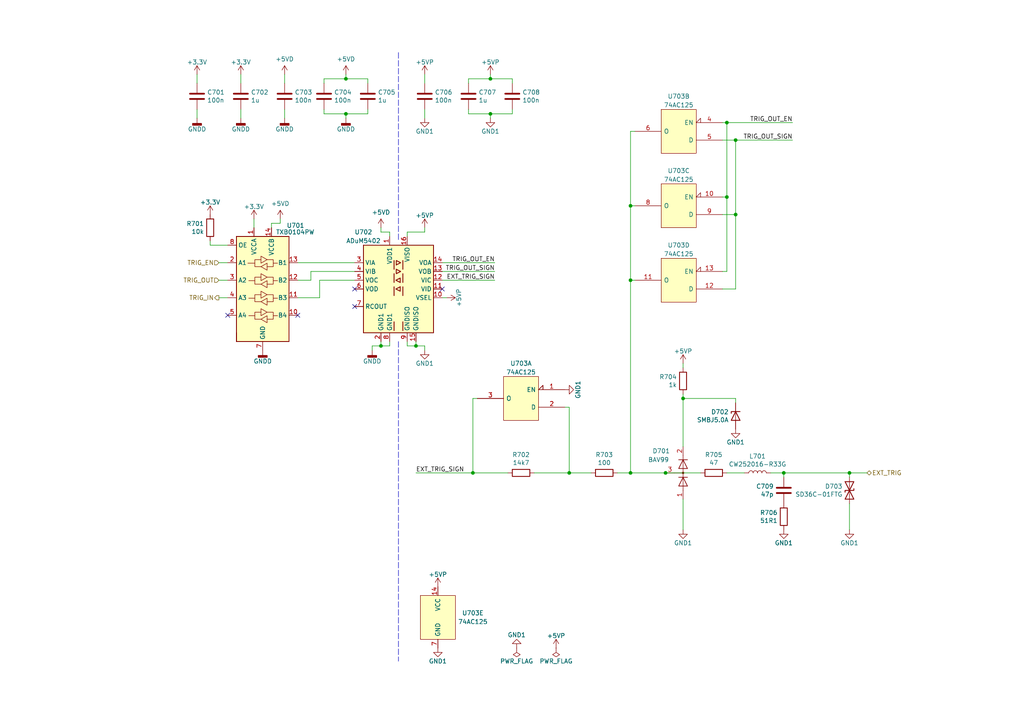
<source format=kicad_sch>
(kicad_sch (version 20230121) (generator eeschema)
  (paper "A4")
  (title_block (date "2023-07-12") (rev "1.1"))
  (lib_symbols
    (symbol "Device:C" (pin_numbers hide) (pin_names (offset 0.254))
      (property "Reference" "C" (at 0.635 2.54 0))
      (property "Value" "C" (at 0.635 -2.54 0))
      (symbol "C_0_1"
        (polyline (pts (xy -2.032 -0.762) (xy 2.032 -0.762)) (stroke (width 0.508)))
        (polyline (pts (xy -2.032 0.762) (xy 2.032 0.762)) (stroke (width 0.508)))
      )
      (symbol "C_1_1"
        (pin passive line (at 0 3.81 270) (length 2.794) (name "~") (number "1"))
        (pin passive line (at 0 -3.81 90) (length 2.794) (name "~") (number "2"))
      )
    )
    (symbol "Device:D_TVS" (pin_numbers hide) (pin_names (offset 1.016) hide)
      (property "Reference" "D" (at 0 2.54 0))
      (property "Value" "D_TVS" (at 0 -2.54 0))
      (symbol "D_TVS_0_1"
        (polyline (pts (xy 1.27 0) (xy -1.27 0)))
        (polyline (pts (xy 0.508 1.27) (xy 0 1.27) (xy 0 -1.27) (xy -0.508 -1.27)) (stroke (width 0.254)))
        (polyline (pts (xy -2.54 1.27) (xy -2.54 -1.27) (xy 2.54 1.27) (xy 2.54 -1.27) (xy -2.54 1.27)) (stroke (width 0.254)))
      )
      (symbol "D_TVS_1_1"
        (pin passive line (at -3.81 0 0) (length 2.54) (name "A1") (number "1"))
        (pin passive line (at 3.81 0 180) (length 2.54) (name "A2") (number "2"))
      )
    )
    (symbol "Device:D_Zener" (pin_numbers hide) (pin_names (offset 1.016) hide)
      (property "Reference" "D" (at 0 2.54 0))
      (property "Value" "D_Zener" (at 0 -2.54 0))
      (symbol "D_Zener_0_1"
        (polyline (pts (xy 1.27 0) (xy -1.27 0)))
        (polyline (pts (xy -1.27 -1.27) (xy -1.27 1.27) (xy -0.762 1.27)) (stroke (width 0.254)))
        (polyline (pts (xy 1.27 -1.27) (xy 1.27 1.27) (xy -1.27 0) (xy 1.27 -1.27)) (stroke (width 0.254)))
      )
      (symbol "D_Zener_1_1"
        (pin passive line (at -3.81 0 0) (length 2.54) (name "K") (number "1"))
        (pin passive line (at 3.81 0 180) (length 2.54) (name "A") (number "2"))
      )
    )
    (symbol "Device:L" (pin_numbers hide) (pin_names (offset 1.016) hide)
      (property "Reference" "L" (at -1.27 0 90))
      (property "Value" "L" (at 1.905 0 90))
      (symbol "L_0_1"
        (arc (start 0 -2.54) (mid 0.6323 -1.905) (end 0 -1.27))
        (arc (start 0 -1.27) (mid 0.6323 -0.635) (end 0 0))
        (arc (start 0 0) (mid 0.6323 0.635) (end 0 1.27))
        (arc (start 0 1.27) (mid 0.6323 1.905) (end 0 2.54))
      )
      (symbol "L_1_1"
        (pin passive line (at 0 3.81 270) (length 1.27) (name "1") (number "1"))
        (pin passive line (at 0 -3.81 90) (length 1.27) (name "2") (number "2"))
      )
    )
    (symbol "Device:R" (pin_numbers hide) (pin_names (offset 0))
      (property "Reference" "R" (at 2.032 0 90))
      (property "Value" "R" (at 0 0 90))
      (symbol "R_0_1"
        (rectangle (start -1.016 -2.54) (end 1.016 2.54) (stroke (width 0.254)))
      )
      (symbol "R_1_1"
        (pin passive line (at 0 3.81 270) (length 1.27) (name "~") (number "1"))
        (pin passive line (at 0 -3.81 90) (length 1.27) (name "~") (number "2"))
      )
    )
    (symbol "Diode:BAV99" (pin_names hide)
      (property "Reference" "D" (at 0 5.08 0))
      (property "Value" "BAV99" (at 0 2.54 0))
      (symbol "BAV99_0_1"
        (polyline (pts (xy -5.08 0) (xy 5.08 0)))
      )
      (symbol "BAV99_1_1"
        (polyline (pts (xy 0 0) (xy 0 -2.54)))
        (polyline (pts (xy -1.27 -1.27) (xy -1.27 1.27) (xy -1.27 1.27)) (stroke (width 0.2032)))
        (polyline (pts (xy 3.81 1.27) (xy 3.81 -1.27) (xy 3.81 -1.27)) (stroke (width 0.2032)))
        (polyline (pts (xy -3.81 1.27) (xy -1.27 0) (xy -3.81 -1.27) (xy -3.81 1.27) (xy -3.81 1.27) (xy -3.81 1.27)) (stroke (width 0.2032)))
        (polyline (pts (xy 1.27 1.27) (xy 3.81 0) (xy 1.27 -1.27) (xy 1.27 1.27) (xy 1.27 1.27) (xy 1.27 1.27)) (stroke (width 0.2032)))
        (circle (center 0 0) (radius 0.254) (fill (type outline)))
        (pin passive line (at -7.62 0 0) (length 2.54) (name "K") (number "1"))
        (pin passive line (at 7.62 0 180) (length 2.54) (name "A") (number "2"))
        (pin passive line (at 0 -5.08 90) (length 2.54) (name "K") (number "3"))
      )
    )
    (symbol "ETH1CFGEN1:74AC125" (pin_names (offset 0.762))
      (property "Reference" "U" (at 8.89 6.35 0))
      (property "Value" "74AC125" (at 6.35 5.08 0))
      (symbol "74AC125_0_1"
        (rectangle (start -5.08 6.35) (end 5.08 -6.35) (fill (type background)))
      )
      (symbol "74AC125_1_0"
        (pin input input_low (at -12.7 2.54 0) (length 7.62) (name "EN") (number "1"))
      )
      (symbol "74AC125_1_1"
        (pin input line (at -12.7 -2.54 0) (length 7.62) (name "D") (number "2"))
        (pin tri_state line (at 12.7 0 180) (length 7.62) (name "O") (number "3"))
      )
      (symbol "74AC125_2_0"
        (pin input input_low (at -12.7 2.54 0) (length 7.62) (name "EN") (number "4"))
      )
      (symbol "74AC125_2_1"
        (pin input line (at -12.7 -2.54 0) (length 7.62) (name "D") (number "5"))
        (pin tri_state line (at 12.7 0 180) (length 7.62) (name "O") (number "6"))
      )
      (symbol "74AC125_3_0"
        (pin input input_low (at -12.7 2.54 0) (length 7.62) (name "EN") (number "10"))
      )
      (symbol "74AC125_3_1"
        (pin tri_state line (at 12.7 0 180) (length 7.62) (name "O") (number "8"))
        (pin input line (at -12.7 -2.54 0) (length 7.62) (name "D") (number "9"))
      )
      (symbol "74AC125_4_0"
        (pin input input_low (at -12.7 2.54 0) (length 7.62) (name "EN") (number "13"))
      )
      (symbol "74AC125_4_1"
        (pin tri_state line (at 12.7 0 180) (length 7.62) (name "O") (number "11"))
        (pin input line (at -12.7 -2.54 0) (length 7.62) (name "D") (number "12"))
      )
      (symbol "74AC125_5_1"
        (pin passive line (at 0 8.89 270) (length 2.54) (name "VCC") (number "14"))
        (pin passive line (at 0 -8.89 90) (length 2.54) (name "GND") (number "7"))
      )
    )
    (symbol "Isolator:ADuM5402"
      (property "Reference" "U" (at -10.16 13.97 0))
      (property "Value" "ADuM5402" (at 3.81 13.97 0))
      (symbol "ADuM5402_0_1"
        (rectangle (start -10.16 12.7) (end 10.16 -12.7) (stroke (width 0.254)) (fill (type background)))
        (polyline (pts (xy -1.27 -9.525) (xy -1.27 -12.065)) (stroke (width 0.254)))
        (polyline (pts (xy -1.27 0.635) (xy -1.27 -1.905)) (stroke (width 0.254)))
        (polyline (pts (xy -1.27 4.445) (xy -1.27 1.905)) (stroke (width 0.254)))
        (polyline (pts (xy -1.27 8.255) (xy -1.27 5.715)) (stroke (width 0.254)))
        (polyline (pts (xy 1.27 -9.525) (xy 1.27 -12.065)) (stroke (width 0.254)))
        (polyline (pts (xy 1.27 0.635) (xy 1.27 -1.905)) (stroke (width 0.254)))
        (polyline (pts (xy 1.27 4.445) (xy 1.27 1.905)) (stroke (width 0.254)))
        (polyline (pts (xy 1.27 8.255) (xy 1.27 5.715)) (stroke (width 0.254)))
        (polyline (pts (xy -0.635 5.715) (xy -0.635 4.445) (xy 0.635 5.08) (xy -0.635 5.715)) (stroke (width 0.254)))
        (polyline (pts (xy -0.635 6.985) (xy 0.635 7.62) (xy -0.635 8.255) (xy -0.635 6.985)) (stroke (width 0.254)))
        (polyline (pts (xy 0.508 0.635) (xy 0.508 -0.635) (xy -0.762 0) (xy 0.508 0.635)) (stroke (width 0.254)))
        (polyline (pts (xy 0.508 1.905) (xy -0.762 2.54) (xy 0.508 3.175) (xy 0.508 1.905)) (stroke (width 0.254)))
      )
      (symbol "ADuM5402_1_1"
        (pin power_in line (at -2.54 15.24 270) (length 2.54) (name "VDD1") (number "1"))
        (pin input line (at 12.7 -2.54 180) (length 2.54) (name "VSEL") (number "10"))
        (pin input line (at 12.7 0 180) (length 2.54) (name "VID") (number "11"))
        (pin input line (at 12.7 2.54 180) (length 2.54) (name "VIC") (number "12"))
        (pin output line (at 12.7 5.08 180) (length 2.54) (name "VOB") (number "13"))
        (pin output line (at 12.7 7.62 180) (length 2.54) (name "VOA") (number "14"))
        (pin power_in line (at 5.08 -15.24 90) (length 2.54) (name "GNDISO") (number "15"))
        (pin power_in line (at 2.54 15.24 270) (length 2.54) (name "VISO") (number "16"))
        (pin power_in line (at -5.08 -15.24 90) (length 2.54) (name "GND1") (number "2"))
        (pin input line (at -12.7 7.62 0) (length 2.54) (name "VIA") (number "3"))
        (pin input line (at -12.7 5.08 0) (length 2.54) (name "VIB") (number "4"))
        (pin output line (at -12.7 2.54 0) (length 2.54) (name "VOC") (number "5"))
        (pin output line (at -12.7 0 0) (length 2.54) (name "VOD") (number "6"))
        (pin output line (at -12.7 -5.08 0) (length 2.54) (name "RCOUT") (number "7"))
        (pin power_in line (at -2.54 -15.24 90) (length 2.54) (name "GND1") (number "8"))
        (pin power_in line (at 2.54 -15.24 90) (length 2.54) (name "GNDISO") (number "9"))
      )
    )
    (symbol "Logic_LevelTranslator:TXB0104PW"
      (property "Reference" "U" (at -6.35 16.51 0))
      (property "Value" "TXB0104PW" (at 3.81 16.51 0))
      (symbol "TXB0104PW_0_1"
        (rectangle (start -7.62 -15.24) (end -7.62 -12.7) (stroke (width 0.254)))
        (rectangle (start -7.62 15.24) (end 7.62 -15.24) (stroke (width 0.254)) (fill (type background)))
        (polyline (pts (xy -2.286 -7.747) (xy -2.286 -6.731) (xy -0.508 -6.731)))
        (polyline (pts (xy -2.286 -2.667) (xy -2.286 -1.651) (xy -0.508 -1.651)))
        (polyline (pts (xy -2.286 2.413) (xy -2.286 3.429) (xy -0.508 3.429)))
        (polyline (pts (xy -2.286 7.493) (xy -2.286 8.509) (xy -0.508 8.509)))
        (polyline (pts (xy 3.048 -7.747) (xy 3.048 -8.763) (xy 1.27 -8.763)))
        (polyline (pts (xy 3.048 -2.667) (xy 3.048 -3.683) (xy 1.27 -3.683)))
        (polyline (pts (xy 3.048 2.413) (xy 3.048 1.397) (xy 1.27 1.397)))
        (polyline (pts (xy 3.048 7.493) (xy 3.048 6.477) (xy 1.27 6.477)))
        (polyline (pts (xy -0.508 -8.763) (xy -2.286 -8.763) (xy -2.286 -7.747) (xy -4.064 -7.747)))
        (polyline (pts (xy -0.508 -8.763) (xy 1.27 -7.747) (xy 1.27 -9.779) (xy -0.508 -8.763)))
        (polyline (pts (xy -0.508 -3.683) (xy -2.286 -3.683) (xy -2.286 -2.667) (xy -4.064 -2.667)))
        (polyline (pts (xy -0.508 -3.683) (xy 1.27 -2.667) (xy 1.27 -4.699) (xy -0.508 -3.683)))
        (polyline (pts (xy -0.508 1.397) (xy -2.286 1.397) (xy -2.286 2.413) (xy -4.064 2.413)))
        (polyline (pts (xy -0.508 1.397) (xy 1.27 2.413) (xy 1.27 0.381) (xy -0.508 1.397)))
        (polyline (pts (xy -0.508 6.477) (xy -2.286 6.477) (xy -2.286 7.493) (xy -4.318 7.493)))
        (polyline (pts (xy -0.508 6.477) (xy 1.27 7.493) (xy 1.27 5.461) (xy -0.508 6.477)))
        (polyline (pts (xy 1.27 -6.731) (xy -0.508 -7.747) (xy -0.508 -5.715) (xy 1.27 -6.731)))
        (polyline (pts (xy 1.27 -6.731) (xy 3.048 -6.731) (xy 3.048 -7.747) (xy 4.318 -7.747)))
        (polyline (pts (xy 1.27 -1.651) (xy -0.508 -2.667) (xy -0.508 -0.635) (xy 1.27 -1.651)))
        (polyline (pts (xy 1.27 -1.651) (xy 3.048 -1.651) (xy 3.048 -2.667) (xy 4.318 -2.667)))
        (polyline (pts (xy 1.27 3.429) (xy -0.508 2.413) (xy -0.508 4.445) (xy 1.27 3.429)))
        (polyline (pts (xy 1.27 3.429) (xy 3.048 3.429) (xy 3.048 2.413) (xy 4.318 2.413)))
        (polyline (pts (xy 1.27 8.509) (xy -0.508 7.493) (xy -0.508 9.525) (xy 1.27 8.509)))
        (polyline (pts (xy 1.27 8.509) (xy 3.048 8.509) (xy 3.048 7.493) (xy 4.318 7.493)))
      )
      (symbol "TXB0104PW_1_1"
        (pin power_in line (at -2.54 17.78 270) (length 2.54) (name "VCCA") (number "1"))
        (pin bidirectional line (at 10.16 -7.62 180) (length 2.54) (name "B4") (number "10"))
        (pin bidirectional line (at 10.16 -2.54 180) (length 2.54) (name "B3") (number "11"))
        (pin bidirectional line (at 10.16 2.54 180) (length 2.54) (name "B2") (number "12"))
        (pin bidirectional line (at 10.16 7.62 180) (length 2.54) (name "B1") (number "13"))
        (pin power_in line (at 2.54 17.78 270) (length 2.54) (name "VCCB") (number "14"))
        (pin bidirectional line (at -10.16 7.62 0) (length 2.54) (name "A1") (number "2"))
        (pin bidirectional line (at -10.16 2.54 0) (length 2.54) (name "A2") (number "3"))
        (pin bidirectional line (at -10.16 -2.54 0) (length 2.54) (name "A3") (number "4"))
        (pin bidirectional line (at -10.16 -7.62 0) (length 2.54) (name "A4") (number "5"))
        (pin no_connect line (at -7.62 -12.7 0) (length 2.54) hide (name "NC") (number "6"))
        (pin power_in line (at 0 -17.78 90) (length 2.54) (name "GND") (number "7"))
        (pin input line (at -10.16 12.7 0) (length 2.54) (name "OE") (number "8"))
        (pin no_connect line (at 7.62 -12.7 180) (length 2.54) hide (name "NC") (number "9"))
      )
    )
    (symbol "power:+3.3V" (power) (pin_names (offset 0))
      (property "Value" "+3.3V" (at 0 3.556 0))
      (symbol "+3.3V_0_1"
        (polyline (pts (xy -0.762 1.27) (xy 0 2.54)))
        (polyline (pts (xy 0 0) (xy 0 2.54)))
        (polyline (pts (xy 0 2.54) (xy 0.762 1.27)))
      )
      (symbol "+3.3V_1_1"
        (pin power_in line (at 0 0 90) (length 0) hide (name "+3.3V") (number "1"))
      )
    )
    (symbol "power:+5VD" (power) (pin_names (offset 0))
      (property "Value" "+5VD" (at 0 3.556 0))
      (symbol "+5VD_0_1"
        (polyline (pts (xy -0.762 1.27) (xy 0 2.54)))
        (polyline (pts (xy 0 0) (xy 0 2.54)))
        (polyline (pts (xy 0 2.54) (xy 0.762 1.27)))
      )
      (symbol "+5VD_1_1"
        (pin power_in line (at 0 0 90) (length 0) hide (name "+5VD") (number "1"))
      )
    )
    (symbol "power:+5VP" (power) (pin_names (offset 0))
      (property "Value" "+5VP" (at 0 3.556 0))
      (symbol "+5VP_0_1"
        (polyline (pts (xy -0.762 1.27) (xy 0 2.54)))
        (polyline (pts (xy 0 0) (xy 0 2.54)))
        (polyline (pts (xy 0 2.54) (xy 0.762 1.27)))
      )
      (symbol "+5VP_1_1"
        (pin power_in line (at 0 0 90) (length 0) hide (name "+5VP") (number "1"))
      )
    )
    (symbol "power:GND1" (power) (pin_names (offset 0))
      (property "Value" "GND1" (at 0 -3.81 0))
      (symbol "GND1_0_1"
        (polyline (pts (xy 0 0) (xy 0 -1.27) (xy 1.27 -1.27) (xy 0 -2.54) (xy -1.27 -1.27) (xy 0 -1.27)))
      )
      (symbol "GND1_1_1"
        (pin power_in line (at 0 0 270) (length 0) hide (name "GND1") (number "1"))
      )
    )
    (symbol "power:GNDD" (power) (pin_names (offset 0))
      (property "Value" "GNDD" (at 0 -3.175 0))
      (symbol "GNDD_0_1"
        (rectangle (start -1.27 -1.524) (end 1.27 -2.032) (stroke (width 0.254)) (fill (type outline)))
        (polyline (pts (xy 0 0) (xy 0 -1.524)))
      )
      (symbol "GNDD_1_1"
        (pin power_in line (at 0 0 270) (length 0) hide (name "GNDD") (number "1"))
      )
    )
    (symbol "power:PWR_FLAG" (power) (pin_numbers hide) (pin_names (offset 0) hide)
      (property "Value" "PWR_FLAG" (at 0 3.81 0))
      (symbol "PWR_FLAG_0_0"
        (pin power_out line (at 0 0 90) (length 0) (name "pwr") (number "1"))
      )
      (symbol "PWR_FLAG_0_1"
        (polyline (pts (xy 0 0) (xy 0 1.27) (xy -1.016 1.905) (xy 0 2.54) (xy 1.016 1.905) (xy 0 1.27)))
      )
    )
  )
  (junction (at 246.38 137.16))
  (junction (at 120.65 100.33))
  (junction (at 198.12 115.57))
  (junction (at 213.36 62.23))
  (junction (at 213.36 40.64))
  (junction (at 142.24 22.86))
  (junction (at 182.88 137.16))
  (junction (at 182.88 59.69))
  (junction (at 210.82 57.15))
  (junction (at 137.16 137.16))
  (junction (at 210.82 35.56))
  (junction (at 100.33 22.86))
  (junction (at 182.88 81.28))
  (junction (at 165.1 137.16))
  (junction (at 100.33 33.02))
  (junction (at 110.49 100.33))
  (junction (at 227.33 137.16))
  (junction (at 142.24 33.02))
  (junction (at 193.04 137.16))
  (no_connect (at 86.36 91.44))
  (no_connect (at 102.87 88.9))
  (no_connect (at 128.27 83.82))
  (no_connect (at 102.87 83.82))
  (no_connect (at 66.04 91.44))
  (wire (pts (xy 213.36 115.57) (xy 198.12 115.57)))
  (wire (pts (xy 184.15 38.1) (xy 182.88 38.1)))
  (wire (pts (xy 227.33 137.16) (xy 227.33 138.43)))
  (wire (pts (xy 182.88 38.1) (xy 182.88 59.69)))
  (wire (pts (xy 123.19 24.13) (xy 123.19 21.59)))
  (wire (pts (xy 154.94 137.16) (xy 165.1 137.16)))
  (wire (pts (xy 142.24 21.59) (xy 142.24 22.86)))
  (wire (pts (xy 210.82 57.15) (xy 210.82 35.56)))
  (wire (pts (xy 81.28 64.77) (xy 81.28 63.5)))
  (wire (pts (xy 106.68 24.13) (xy 106.68 22.86)))
  (wire (pts (xy 147.32 137.16) (xy 137.16 137.16)))
  (wire (pts (xy 123.19 34.29) (xy 123.19 31.75)))
  (wire (pts (xy 148.59 22.86) (xy 148.59 24.13)))
  (wire (pts (xy 73.66 63.5) (xy 73.66 66.04)))
  (wire (pts (xy 106.68 31.75) (xy 106.68 33.02)))
  (wire (pts (xy 142.24 33.02) (xy 148.59 33.02)))
  (wire (pts (xy 92.71 86.36) (xy 92.71 81.28)))
  (wire (pts (xy 210.82 137.16) (xy 215.9 137.16)))
  (wire (pts (xy 100.33 22.86) (xy 93.98 22.86)))
  (wire (pts (xy 246.38 138.43) (xy 246.38 137.16)))
  (wire (pts (xy 78.74 66.04) (xy 78.74 64.77)))
  (wire (pts (xy 90.17 78.74) (xy 90.17 81.28)))
  (wire (pts (xy 213.36 83.82) (xy 209.55 83.82)))
  (wire (pts (xy 182.88 81.28) (xy 184.15 81.28)))
  (wire (pts (xy 78.74 64.77) (xy 81.28 64.77)))
  (wire (pts (xy 137.16 137.16) (xy 137.16 115.57)))
  (wire (pts (xy 128.27 78.74) (xy 143.51 78.74)))
  (wire (pts (xy 60.96 71.12) (xy 60.96 69.85)))
  (wire (pts (xy 66.04 71.12) (xy 60.96 71.12)))
  (wire (pts (xy 135.89 24.13) (xy 135.89 22.86)))
  (wire (pts (xy 213.36 40.64) (xy 213.36 62.23)))
  (wire (pts (xy 57.15 21.59) (xy 57.15 24.13)))
  (wire (pts (xy 135.89 31.75) (xy 135.89 33.02)))
  (wire (pts (xy 209.55 57.15) (xy 210.82 57.15)))
  (wire (pts (xy 210.82 35.56) (xy 209.55 35.56)))
  (wire (pts (xy 213.36 62.23) (xy 213.36 83.82)))
  (wire (pts (xy 198.12 105.41) (xy 198.12 106.68)))
  (wire (pts (xy 209.55 62.23) (xy 213.36 62.23)))
  (wire (pts (xy 100.33 34.29) (xy 100.33 33.02)))
  (wire (pts (xy 182.88 81.28) (xy 182.88 137.16)))
  (wire (pts (xy 100.33 33.02) (xy 93.98 33.02)))
  (wire (pts (xy 82.55 31.75) (xy 82.55 34.29)))
  (wire (pts (xy 209.55 40.64) (xy 213.36 40.64)))
  (wire (pts (xy 69.85 21.59) (xy 69.85 24.13)))
  (wire (pts (xy 63.5 86.36) (xy 66.04 86.36)))
  (wire (pts (xy 110.49 100.33) (xy 110.49 99.06)))
  (wire (pts (xy 163.83 118.11) (xy 165.1 118.11)))
  (wire (pts (xy 182.88 59.69) (xy 182.88 81.28)))
  (wire (pts (xy 123.19 67.31) (xy 118.11 67.31)))
  (wire (pts (xy 165.1 118.11) (xy 165.1 137.16)))
  (wire (pts (xy 93.98 33.02) (xy 93.98 31.75)))
  (wire (pts (xy 113.03 68.58) (xy 113.03 67.31)))
  (wire (pts (xy 143.51 76.2) (xy 128.27 76.2)))
  (wire (pts (xy 118.11 100.33) (xy 120.65 100.33)))
  (wire (pts (xy 92.71 81.28) (xy 102.87 81.28)))
  (wire (pts (xy 100.33 21.59) (xy 100.33 22.86)))
  (wire (pts (xy 251.46 137.16) (xy 246.38 137.16)))
  (wire (pts (xy 223.52 137.16) (xy 227.33 137.16)))
  (wire (pts (xy 123.19 100.33) (xy 123.19 101.6)))
  (wire (pts (xy 106.68 33.02) (xy 100.33 33.02)))
  (wire (pts (xy 93.98 22.86) (xy 93.98 24.13)))
  (wire (pts (xy 86.36 86.36) (xy 92.71 86.36)))
  (wire (pts (xy 198.12 114.3) (xy 198.12 115.57)))
  (wire (pts (xy 184.15 59.69) (xy 182.88 59.69)))
  (wire (pts (xy 198.12 144.78) (xy 198.12 153.67)))
  (wire (pts (xy 118.11 67.31) (xy 118.11 68.58)))
  (wire (pts (xy 203.2 137.16) (xy 193.04 137.16)))
  (wire (pts (xy 107.95 100.33) (xy 110.49 100.33)))
  (polyline (pts (xy 115.57 99.06) (xy 115.57 191.77)) (stroke (width 0) (type dash)))
  (wire (pts (xy 137.16 115.57) (xy 138.43 115.57)))
  (wire (pts (xy 210.82 78.74) (xy 210.82 57.15)))
  (wire (pts (xy 179.07 137.16) (xy 182.88 137.16)))
  (wire (pts (xy 213.36 40.64) (xy 229.87 40.64)))
  (wire (pts (xy 86.36 76.2) (xy 102.87 76.2)))
  (wire (pts (xy 118.11 99.06) (xy 118.11 100.33)))
  (wire (pts (xy 129.54 86.36) (xy 128.27 86.36)))
  (wire (pts (xy 113.03 100.33) (xy 110.49 100.33)))
  (wire (pts (xy 107.95 101.6) (xy 107.95 100.33)))
  (wire (pts (xy 113.03 67.31) (xy 110.49 67.31)))
  (wire (pts (xy 143.51 81.28) (xy 128.27 81.28)))
  (wire (pts (xy 246.38 153.67) (xy 246.38 146.05)))
  (wire (pts (xy 135.89 22.86) (xy 142.24 22.86)))
  (wire (pts (xy 113.03 99.06) (xy 113.03 100.33)))
  (wire (pts (xy 69.85 31.75) (xy 69.85 34.29)))
  (wire (pts (xy 165.1 137.16) (xy 171.45 137.16)))
  (wire (pts (xy 137.16 137.16) (xy 120.65 137.16)))
  (wire (pts (xy 90.17 81.28) (xy 86.36 81.28)))
  (wire (pts (xy 135.89 33.02) (xy 142.24 33.02)))
  (wire (pts (xy 246.38 137.16) (xy 227.33 137.16)))
  (wire (pts (xy 110.49 67.31) (xy 110.49 66.04)))
  (wire (pts (xy 63.5 81.28) (xy 66.04 81.28)))
  (wire (pts (xy 198.12 115.57) (xy 198.12 129.54)))
  (wire (pts (xy 57.15 34.29) (xy 57.15 31.75)))
  (wire (pts (xy 120.65 100.33) (xy 123.19 100.33)))
  (wire (pts (xy 209.55 78.74) (xy 210.82 78.74)))
  (wire (pts (xy 142.24 22.86) (xy 148.59 22.86)))
  (wire (pts (xy 106.68 22.86) (xy 100.33 22.86)))
  (wire (pts (xy 120.65 99.06) (xy 120.65 100.33)))
  (wire (pts (xy 63.5 76.2) (xy 66.04 76.2)))
  (wire (pts (xy 142.24 34.29) (xy 142.24 33.02)))
  (wire (pts (xy 213.36 116.84) (xy 213.36 115.57)))
  (wire (pts (xy 82.55 21.59) (xy 82.55 24.13)))
  (wire (pts (xy 210.82 35.56) (xy 229.87 35.56)))
  (polyline (pts (xy 115.57 15.24) (xy 115.57 69.85)) (stroke (width 0) (type dash)))
  (wire (pts (xy 102.87 78.74) (xy 90.17 78.74)))
  (wire (pts (xy 148.59 33.02) (xy 148.59 31.75)))
  (wire (pts (xy 193.04 137.16) (xy 182.88 137.16)))
  (wire (pts (xy 123.19 66.04) (xy 123.19 67.31)))
  (label "TRIG_OUT_EN" (at 229.87 35.56 180))
  (label "TRIG_OUT_EN" (at 143.51 76.2 180))
  (label "EXT_TRIG_SIGN" (at 120.65 137.16 0))
  (label "EXT_TRIG_SIGN" (at 143.51 81.28 180))
  (label "TRIG_OUT_SIGN" (at 143.51 78.74 180))
  (label "TRIG_OUT_SIGN" (at 229.87 40.64 180))
  (hierarchical_label "TRIG_OUT" (shape input) (at 63.5 81.28 180))
  (hierarchical_label "TRIG_EN" (shape input) (at 63.5 76.2 180))
  (hierarchical_label "TRIG_IN" (shape output) (at 63.5 86.36 180))
  (hierarchical_label "EXT_TRIG" (shape bidirectional) (at 251.46 137.16 0))
  (symbol (lib_id "Device:C") (at 148.59 27.94 0) (unit 1)
    (property "Reference" "C708" (at 151.511 26.7716 0) (effects (justify left)))
    (property "Value" "100n" (at 151.511 29.083 0) (effects (justify left)))
    (property "Footprint" "Capacitor_SMD:C_0603_1608Metric_Pad1.08x0.95mm_HandSolder" (effects hide))
    (instances (project "ETH1CSMU2" (path "" (reference "C708") (unit 1))) (project "ETH1CFGEN1" (path "" (reference "C408") (unit 1))))
  )
  (symbol (lib_id "power:GND1") (at 213.36 124.46 0) (unit 1)
    (property "Reference" "#PWR0729" (effects hide))
    (property "Value" "GND1" (at 213.36 128.27 0))
    (instances (project "ETH1CSMU2" (path "" (reference "#PWR0729") (unit 1))) (project "ETH1CFGEN1" (path "" (reference "#PWR0429") (unit 1))))
  )
  (symbol (lib_id "power:+5VP") (at 142.24 21.59 0) (mirror y) (unit 1)
    (property "Reference" "#PWR0722" (effects hide))
    (property "Value" "+5VP" (at 142.24 18.034 0))
    (instances (project "ETH1CSMU2" (path "" (reference "#PWR0722") (unit 1))) (project "ETH1CFGEN1" (path "" (reference "#PWR0422") (unit 1))))
  )
  (symbol (lib_id "power:GND1") (at 246.38 153.67 0) (unit 1)
    (property "Reference" "#PWR0731" (effects hide))
    (property "Value" "GND1" (at 246.38 157.48 0))
    (instances (project "ETH1CSMU2" (path "" (reference "#PWR0731") (unit 1))) (project "ETH1CFGEN1" (path "" (reference "#PWR0431") (unit 1))))
  )
  (symbol (lib_id "Device:R") (at 175.26 137.16 90) (mirror x) (unit 1)
    (property "Reference" "R703" (at 175.26 131.9022 90))
    (property "Value" "100" (at 175.26 134.2136 90))
    (property "Footprint" "Resistor_SMD:R_0603_1608Metric_Pad0.98x0.95mm_HandSolder" (effects hide))
    (instances (project "ETH1CSMU2" (path "" (reference "R703") (unit 1))) (project "ETH1CFGEN1" (path "" (reference "R403") (unit 1))))
  )
  (symbol (lib_id "Device:D_Zener") (at 213.36 120.65 90) (mirror x) (unit 1)
    (property "Reference" "D702" (at 211.3534 119.4816 90) (effects (justify left)))
    (property "Value" "SMBJ5.0A" (at 211.3534 121.793 90) (effects (justify left)))
    (property "Footprint" "Diode_SMD:D_SMB" (effects hide))
    (instances (project "ETH1CSMU2" (path "" (reference "D702") (unit 1))) (project "ETH1CFGEN1" (path "" (reference "D402") (unit 1))))
  )
  (symbol (lib_id "power:GND1") (at 227.33 153.67 0) (unit 1)
    (property "Reference" "#PWR0730" (effects hide))
    (property "Value" "GND1" (at 227.33 157.48 0))
    (instances (project "ETH1CSMU2" (path "" (reference "#PWR0730") (unit 1))) (project "ETH1CFGEN1" (path "" (reference "#PWR0430") (unit 1))))
  )
  (symbol (lib_id "power:PWR_FLAG") (at 161.29 187.96 180) (unit 1)
    (property "Reference" "#FLG0702" (effects hide))
    (property "Value" "PWR_FLAG" (at 161.29 191.77 0))
    (instances (project "ETH1CSMU2" (path "" (reference "#FLG0702") (unit 1))) (project "ETH1CFGEN1" (path "" (reference "#FLG0402") (unit 1))))
  )
  (symbol (lib_id "Device:C") (at 135.89 27.94 0) (unit 1)
    (property "Reference" "C707" (at 138.811 26.7716 0) (effects (justify left)))
    (property "Value" "1u" (at 138.811 29.083 0) (effects (justify left)))
    (property "Footprint" "Capacitor_SMD:C_0603_1608Metric_Pad1.08x0.95mm_HandSolder" (effects hide))
    (instances (project "ETH1CSMU2" (path "" (reference "C707") (unit 1))) (project "ETH1CFGEN1" (path "" (reference "C407") (unit 1))))
  )
  (symbol (lib_id "power:GND1") (at 142.24 34.29 0) (mirror y) (unit 1)
    (property "Reference" "#PWR0723" (effects hide))
    (property "Value" "GND1" (at 142.24 38.1 0))
    (instances (project "ETH1CSMU2" (path "" (reference "#PWR0723") (unit 1))) (project "ETH1CFGEN1" (path "" (reference "#PWR0423") (unit 1))))
  )
  (symbol (lib_id "ETH1CFGEN1:74AC125") (at 127 179.07 0) (mirror y) (unit 5)
    (property "Reference" "U703" (at 137.16 177.8 0))
    (property "Value" "74AC125" (at 137.16 180.34 0))
    (property "Footprint" "Package_SO:TSSOP-14_4.4x5mm_P0.65mm" (effects hide))
    (instances (project "ETH1CSMU2" (path "" (reference "U703") (unit 5))) (project "ETH1CFGEN1" (path "" (reference "U403") (unit 5))))
  )
  (symbol (lib_id "power:GNDD") (at 57.15 34.29 0) (unit 1)
    (property "Reference" "#PWR0702" (effects hide))
    (property "Value" "GNDD" (at 57.15 37.465 0))
    (instances (project "ETH1CSMU2" (path "" (reference "#PWR0702") (unit 1))) (project "ETH1CFGEN1" (path "" (reference "#PWR0402") (unit 1))))
  )
  (symbol (lib_id "power:GNDD") (at 69.85 34.29 0) (unit 1)
    (property "Reference" "#PWR0705" (effects hide))
    (property "Value" "GNDD" (at 69.85 37.465 0))
    (instances (project "ETH1CSMU2" (path "" (reference "#PWR0705") (unit 1))) (project "ETH1CFGEN1" (path "" (reference "#PWR0405") (unit 1))))
  )
  (symbol (lib_id "power:GNDD") (at 76.2 101.6 0) (unit 1)
    (property "Reference" "#PWR0707" (effects hide))
    (property "Value" "GNDD" (at 76.2 104.775 0))
    (instances (project "ETH1CSMU2" (path "" (reference "#PWR0707") (unit 1))) (project "ETH1CFGEN1" (path "" (reference "#PWR0407") (unit 1))))
  )
  (symbol (lib_id "Device:R") (at 151.13 137.16 90) (mirror x) (unit 1)
    (property "Reference" "R702" (at 151.13 131.9022 90))
    (property "Value" "14k7" (at 151.13 134.2136 90))
    (property "Footprint" "Resistor_SMD:R_0603_1608Metric_Pad0.98x0.95mm_HandSolder" (effects hide))
    (instances (project "ETH1CSMU2" (path "" (reference "R702") (unit 1))) (project "ETH1CFGEN1" (path "" (reference "R402") (unit 1))))
  )
  (symbol (lib_id "power:GND1") (at 127 187.96 0) (unit 1)
    (property "Reference" "#PWR0720" (effects hide))
    (property "Value" "GND1" (at 127 191.77 0))
    (instances (project "ETH1CSMU2" (path "" (reference "#PWR0720") (unit 1))) (project "ETH1CFGEN1" (path "" (reference "#PWR0420") (unit 1))))
  )
  (symbol (lib_id "power:+5VP") (at 129.54 86.36 270) (unit 1)
    (property "Reference" "#PWR0721" (effects hide))
    (property "Value" "+5VP" (at 133.096 86.36 0))
    (instances (project "ETH1CSMU2" (path "" (reference "#PWR0721") (unit 1))) (project "ETH1CFGEN1" (path "" (reference "#PWR0421") (unit 1))))
  )
  (symbol (lib_id "Device:C") (at 82.55 27.94 0) (unit 1)
    (property "Reference" "C703" (at 85.471 26.7716 0) (effects (justify left)))
    (property "Value" "100n" (at 85.471 29.083 0) (effects (justify left)))
    (property "Footprint" "Capacitor_SMD:C_0603_1608Metric_Pad1.08x0.95mm_HandSolder" (effects hide))
    (instances (project "ETH1CSMU2" (path "" (reference "C703") (unit 1))) (project "ETH1CFGEN1" (path "" (reference "C403") (unit 1))))
  )
  (symbol (lib_id "power:GND1") (at 123.19 34.29 0) (mirror y) (unit 1)
    (property "Reference" "#PWR0716" (effects hide))
    (property "Value" "GND1" (at 123.19 38.1 0))
    (instances (project "ETH1CSMU2" (path "" (reference "#PWR0716") (unit 1))) (project "ETH1CFGEN1" (path "" (reference "#PWR0416") (unit 1))))
  )
  (symbol (lib_id "power:+3.3V") (at 60.96 62.23 0) (unit 1)
    (property "Reference" "#PWR0703" (effects hide))
    (property "Value" "+3.3V" (at 60.96 58.674 0))
    (instances (project "ETH1CSMU2" (path "" (reference "#PWR0703") (unit 1))) (project "ETH1CFGEN1" (path "" (reference "#PWR0403") (unit 1))))
  )
  (symbol (lib_id "power:+5VP") (at 123.19 21.59 0) (mirror y) (unit 1)
    (property "Reference" "#PWR0715" (effects hide))
    (property "Value" "+5VP" (at 123.19 18.034 0))
    (instances (project "ETH1CSMU2" (path "" (reference "#PWR0715") (unit 1))) (project "ETH1CFGEN1" (path "" (reference "#PWR0415") (unit 1))))
  )
  (symbol (lib_id "ETH1CFGEN1:74AC125") (at 196.85 59.69 0) (mirror y) (unit 3)
    (property "Reference" "U703" (at 196.85 49.53 0))
    (property "Value" "74AC125" (at 196.85 52.07 0))
    (property "Footprint" "Package_SO:TSSOP-14_4.4x5mm_P0.65mm" (effects hide))
    (instances (project "ETH1CSMU2" (path "" (reference "U703") (unit 3))) (project "ETH1CFGEN1" (path "" (reference "U403") (unit 3))))
  )
  (symbol (lib_id "Device:L") (at 219.71 137.16 270) (mirror x) (unit 1)
    (property "Reference" "L701" (at 219.71 132.334 90))
    (property "Value" "CW252016-R33G" (at 219.71 134.6454 90))
    (property "Footprint" "ETH1CFGEN1:CW252016" (effects hide))
    (instances (project "ETH1CSMU2" (path "" (reference "L701") (unit 1))) (project "ETH1CFGEN1" (path "" (reference "L401") (unit 1))))
  )
  (symbol (lib_id "power:+5VP") (at 161.29 187.96 0) (unit 1)
    (property "Reference" "#PWR0725" (effects hide))
    (property "Value" "+5VP" (at 161.29 184.404 0))
    (instances (project "ETH1CSMU2" (path "" (reference "#PWR0725") (unit 1))) (project "ETH1CFGEN1" (path "" (reference "#PWR0425") (unit 1))))
  )
  (symbol (lib_id "power:+3.3V") (at 73.66 63.5 0) (unit 1)
    (property "Reference" "#PWR0706" (effects hide))
    (property "Value" "+3.3V" (at 73.66 59.944 0))
    (instances (project "ETH1CSMU2" (path "" (reference "#PWR0706") (unit 1))) (project "ETH1CFGEN1" (path "" (reference "#PWR0406") (unit 1))))
  )
  (symbol (lib_id "Device:R") (at 198.12 110.49 0) (mirror y) (unit 1)
    (property "Reference" "R704" (at 196.342 109.3216 0) (effects (justify left)))
    (property "Value" "1k" (at 196.342 111.633 0) (effects (justify left)))
    (property "Footprint" "Resistor_SMD:R_0603_1608Metric_Pad0.98x0.95mm_HandSolder" (effects hide))
    (instances (project "ETH1CSMU2" (path "" (reference "R704") (unit 1))) (project "ETH1CFGEN1" (path "" (reference "R404") (unit 1))))
  )
  (symbol (lib_id "Isolator:ADuM5402") (at 115.57 83.82 0) (unit 1)
    (property "Reference" "U702" (at 105.41 67.31 0))
    (property "Value" "ADuM5402" (at 105.41 69.85 0))
    (property "Footprint" "Package_SO:SOIC-16W_7.5x10.3mm_P1.27mm" (effects hide))
    (property "Datasheet" "https://www.analog.com/media/en/technical-documentation/data-sheets/ADuM5401_5402_5403_5404.pdf" (effects hide))
    (instances (project "ETH1CSMU2" (path "" (reference "U702") (unit 1))) (project "ETH1CFGEN1" (path "" (reference "U402") (unit 1))))
  )
  (symbol (lib_id "power:GNDD") (at 100.33 34.29 0) (unit 1)
    (property "Reference" "#PWR0712" (effects hide))
    (property "Value" "GNDD" (at 100.33 37.465 0))
    (instances (project "ETH1CSMU2" (path "" (reference "#PWR0712") (unit 1))) (project "ETH1CFGEN1" (path "" (reference "#PWR0412") (unit 1))))
  )
  (symbol (lib_id "power:+5VP") (at 198.12 105.41 0) (unit 1)
    (property "Reference" "#PWR0727" (effects hide))
    (property "Value" "+5VP" (at 198.12 101.854 0))
    (instances (project "ETH1CSMU2" (path "" (reference "#PWR0727") (unit 1))) (project "ETH1CFGEN1" (path "" (reference "#PWR0427") (unit 1))))
  )
  (symbol (lib_id "Device:R") (at 60.96 66.04 0) (unit 1)
    (property "Reference" "R701" (at 59.182 64.8716 0) (effects (justify right)))
    (property "Value" "10k" (at 59.182 67.183 0) (effects (justify right)))
    (property "Footprint" "Resistor_SMD:R_0603_1608Metric_Pad0.98x0.95mm_HandSolder" (effects hide))
    (instances (project "ETH1CSMU2" (path "" (reference "R701") (unit 1))) (project "ETH1CFGEN1" (path "" (reference "R401") (unit 1))))
  )
  (symbol (lib_id "Device:C") (at 57.15 27.94 0) (unit 1)
    (property "Reference" "C701" (at 60.071 26.7716 0) (effects (justify left)))
    (property "Value" "100n" (at 60.071 29.083 0) (effects (justify left)))
    (property "Footprint" "Capacitor_SMD:C_0603_1608Metric_Pad1.08x0.95mm_HandSolder" (effects hide))
    (instances (project "ETH1CSMU2" (path "" (reference "C701") (unit 1))) (project "ETH1CFGEN1" (path "" (reference "C401") (unit 1))))
  )
  (symbol (lib_id "power:PWR_FLAG") (at 149.86 187.96 180) (unit 1)
    (property "Reference" "#FLG0701" (effects hide))
    (property "Value" "PWR_FLAG" (at 149.86 191.77 0))
    (instances (project "ETH1CSMU2" (path "" (reference "#FLG0701") (unit 1))) (project "ETH1CFGEN1" (path "" (reference "#FLG0401") (unit 1))))
  )
  (symbol (lib_id "Device:C") (at 93.98 27.94 0) (unit 1)
    (property "Reference" "C704" (at 96.901 26.7716 0) (effects (justify left)))
    (property "Value" "100n" (at 96.901 29.083 0) (effects (justify left)))
    (property "Footprint" "Capacitor_SMD:C_0603_1608Metric_Pad1.08x0.95mm_HandSolder" (effects hide))
    (instances (project "ETH1CSMU2" (path "" (reference "C704") (unit 1))) (project "ETH1CFGEN1" (path "" (reference "C404") (unit 1))))
  )
  (symbol (lib_id "power:+3.3V") (at 69.85 21.59 0) (unit 1)
    (property "Reference" "#PWR0704" (effects hide))
    (property "Value" "+3.3V" (at 69.85 18.034 0))
    (instances (project "ETH1CSMU2" (path "" (reference "#PWR0704") (unit 1))) (project "ETH1CFGEN1" (path "" (reference "#PWR0404") (unit 1))))
  )
  (symbol (lib_id "Device:C") (at 69.85 27.94 0) (unit 1)
    (property "Reference" "C702" (at 72.771 26.7716 0) (effects (justify left)))
    (property "Value" "1u" (at 72.771 29.083 0) (effects (justify left)))
    (property "Footprint" "Capacitor_SMD:C_0603_1608Metric_Pad1.08x0.95mm_HandSolder" (effects hide))
    (instances (project "ETH1CSMU2" (path "" (reference "C702") (unit 1))) (project "ETH1CFGEN1" (path "" (reference "C402") (unit 1))))
  )
  (symbol (lib_id "power:+5VD") (at 100.33 21.59 0) (unit 1)
    (property "Reference" "#PWR0411" (effects hide))
    (property "Value" "+5VD" (at 100.33 17.145 0))
  )
  (symbol (lib_id "Device:C") (at 123.19 27.94 0) (unit 1)
    (property "Reference" "C706" (at 126.111 26.7716 0) (effects (justify left)))
    (property "Value" "100n" (at 126.111 29.083 0) (effects (justify left)))
    (property "Footprint" "Capacitor_SMD:C_0603_1608Metric_Pad1.08x0.95mm_HandSolder" (effects hide))
    (instances (project "ETH1CSMU2" (path "" (reference "C706") (unit 1))) (project "ETH1CFGEN1" (path "" (reference "C406") (unit 1))))
  )
  (symbol (lib_id "power:GNDD") (at 107.95 101.6 0) (unit 1)
    (property "Reference" "#PWR0713" (effects hide))
    (property "Value" "GNDD" (at 107.95 104.775 0))
    (instances (project "ETH1CSMU2" (path "" (reference "#PWR0713") (unit 1))) (project "ETH1CFGEN1" (path "" (reference "#PWR0413") (unit 1))))
  )
  (symbol (lib_id "Diode:BAV99") (at 198.12 137.16 270) (mirror x) (unit 1)
    (property "Reference" "D701" (at 189.23 130.81 90) (effects (justify left)))
    (property "Value" "BAV99" (at 187.96 133.35 90) (effects (justify left)))
    (property "Footprint" "Package_TO_SOT_SMD:SOT-23" (effects hide))
    (property "Datasheet" "https://assets.nexperia.com/documents/data-sheet/BAV99_SER.pdf" (effects hide))
    (instances (project "ETH1CSMU2" (path "" (reference "D701") (unit 1))) (project "ETH1CFGEN1" (path "" (reference "D401") (unit 1))))
  )
  (symbol (lib_id "power:GND1") (at 198.12 153.67 0) (unit 1)
    (property "Reference" "#PWR0728" (effects hide))
    (property "Value" "GND1" (at 198.12 157.48 0))
    (instances (project "ETH1CSMU2" (path "" (reference "#PWR0728") (unit 1))) (project "ETH1CFGEN1" (path "" (reference "#PWR0428") (unit 1))))
  )
  (symbol (lib_id "power:+5VP") (at 123.19 66.04 0) (unit 1)
    (property "Reference" "#PWR0717" (effects hide))
    (property "Value" "+5VP" (at 123.19 62.484 0))
    (instances (project "ETH1CSMU2" (path "" (reference "#PWR0717") (unit 1))) (project "ETH1CFGEN1" (path "" (reference "#PWR0417") (unit 1))))
  )
  (symbol (lib_id "power:+5VP") (at 127 170.18 0) (unit 1)
    (property "Reference" "#PWR0719" (effects hide))
    (property "Value" "+5VP" (at 127 166.624 0))
    (instances (project "ETH1CSMU2" (path "" (reference "#PWR0719") (unit 1))) (project "ETH1CFGEN1" (path "" (reference "#PWR0419") (unit 1))))
  )
  (symbol (lib_id "power:+3.3V") (at 57.15 21.59 0) (unit 1)
    (property "Reference" "#PWR0701" (effects hide))
    (property "Value" "+3.3V" (at 57.15 18.034 0))
    (instances (project "ETH1CSMU2" (path "" (reference "#PWR0701") (unit 1))) (project "ETH1CFGEN1" (path "" (reference "#PWR0401") (unit 1))))
  )
  (symbol (lib_id "Device:C") (at 106.68 27.94 0) (unit 1)
    (property "Reference" "C705" (at 109.601 26.7716 0) (effects (justify left)))
    (property "Value" "1u" (at 109.601 29.083 0) (effects (justify left)))
    (property "Footprint" "Capacitor_SMD:C_0603_1608Metric_Pad1.08x0.95mm_HandSolder" (effects hide))
    (instances (project "ETH1CSMU2" (path "" (reference "C705") (unit 1))) (project "ETH1CFGEN1" (path "" (reference "C405") (unit 1))))
  )
  (symbol (lib_id "power:+5VD") (at 110.49 66.04 0) (unit 1)
    (property "Reference" "#PWR0414" (effects hide))
    (property "Value" "+5VD" (at 110.49 61.595 0))
  )
  (symbol (lib_id "Device:D_TVS") (at 246.38 142.24 90) (mirror x) (unit 1)
    (property "Reference" "D703" (at 244.3734 141.0716 90) (effects (justify left)))
    (property "Value" "SD36C-01FTG" (at 244.3734 143.383 90) (effects (justify left)))
    (property "Footprint" "Diode_SMD:D_SOD-323_HandSoldering" (effects hide))
    (instances (project "ETH1CSMU2" (path "" (reference "D703") (unit 1))) (project "ETH1CFGEN1" (path "" (reference "D403") (unit 1))))
  )
  (symbol (lib_id "power:+5VD") (at 81.28 63.5 0) (unit 1)
    (property "Reference" "#PWR0408" (effects hide))
    (property "Value" "+5VD" (at 81.28 59.055 0))
  )
  (symbol (lib_id "power:GNDD") (at 82.55 34.29 0) (unit 1)
    (property "Reference" "#PWR0710" (effects hide))
    (property "Value" "GNDD" (at 82.55 37.465 0))
    (instances (project "ETH1CSMU2" (path "" (reference "#PWR0710") (unit 1))) (project "ETH1CFGEN1" (path "" (reference "#PWR0410") (unit 1))))
  )
  (symbol (lib_id "Logic_LevelTranslator:TXB0104PW") (at 76.2 83.82 0) (unit 1)
    (property "Reference" "U701" (at 85.725 65.405 0))
    (property "Value" "TXB0104PW" (at 80.01 67.31 0) (effects (justify left)))
    (property "Footprint" "Package_SO:TSSOP-14_4.4x5mm_P0.65mm" (effects hide))
    (property "Datasheet" "http://www.ti.com/lit/ds/symlink/txb0104.pdf" (effects hide))
    (instances (project "ETH1CSMU2" (path "" (reference "U701") (unit 1))) (project "ETH1CFGEN1" (path "" (reference "U401") (unit 1))))
  )
  (symbol (lib_id "Device:C") (at 227.33 142.24 0) (mirror y) (unit 1)
    (property "Reference" "C709" (at 224.409 141.0716 0) (effects (justify left)))
    (property "Value" "47p" (at 224.409 143.383 0) (effects (justify left)))
    (property "Footprint" "Capacitor_SMD:C_0603_1608Metric_Pad1.08x0.95mm_HandSolder" (effects hide))
    (instances (project "ETH1CSMU2" (path "" (reference "C709") (unit 1))) (project "ETH1CFGEN1" (path "" (reference "C409") (unit 1))))
  )
  (symbol (lib_id "Device:R") (at 207.01 137.16 90) (mirror x) (unit 1)
    (property "Reference" "R705" (at 207.01 131.9022 90))
    (property "Value" "47" (at 207.01 134.2136 90))
    (property "Footprint" "Resistor_SMD:R_0603_1608Metric_Pad0.98x0.95mm_HandSolder" (effects hide))
    (instances (project "ETH1CSMU2" (path "" (reference "R705") (unit 1))) (project "ETH1CFGEN1" (path "" (reference "R405") (unit 1))))
  )
  (symbol (lib_id "ETH1CFGEN1:74AC125") (at 196.85 81.28 0) (mirror y) (unit 4)
    (property "Reference" "U703" (at 196.85 71.12 0))
    (property "Value" "74AC125" (at 196.85 73.66 0))
    (property "Footprint" "Package_SO:TSSOP-14_4.4x5mm_P0.65mm" (effects hide))
    (instances (project "ETH1CSMU2" (path "" (reference "U703") (unit 4))) (project "ETH1CFGEN1" (path "" (reference "U403") (unit 4))))
  )
  (symbol (lib_id "ETH1CFGEN1:74AC125") (at 151.13 115.57 0) (mirror y) (unit 1)
    (property "Reference" "U703" (at 151.13 105.41 0))
    (property "Value" "74AC125" (at 151.13 107.95 0))
    (property "Footprint" "Package_SO:TSSOP-14_4.4x5mm_P0.65mm" (effects hide))
    (instances (project "ETH1CSMU2" (path "" (reference "U703") (unit 1))) (project "ETH1CFGEN1" (path "" (reference "U403") (unit 1))))
  )
  (symbol (lib_id "power:+5VD") (at 82.55 21.59 0) (unit 1)
    (property "Reference" "#PWR0409" (effects hide))
    (property "Value" "+5VD" (at 82.55 17.145 0))
  )
  (symbol (lib_id "ETH1CFGEN1:74AC125") (at 196.85 38.1 0) (mirror y) (unit 2)
    (property "Reference" "U703" (at 196.85 27.94 0))
    (property "Value" "74AC125" (at 196.85 30.48 0))
    (property "Footprint" "Package_SO:TSSOP-14_4.4x5mm_P0.65mm" (effects hide))
    (instances (project "ETH1CSMU2" (path "" (reference "U703") (unit 2))) (project "ETH1CFGEN1" (path "" (reference "U403") (unit 2))))
  )
  (symbol (lib_id "power:GND1") (at 149.86 187.96 180) (unit 1)
    (property "Reference" "#PWR0724" (effects hide))
    (property "Value" "GND1" (at 149.86 184.15 0))
    (instances (project "ETH1CSMU2" (path "" (reference "#PWR0724") (unit 1))) (project "ETH1CFGEN1" (path "" (reference "#PWR0424") (unit 1))))
  )
  (symbol (lib_id "power:GND1") (at 123.19 101.6 0) (unit 1)
    (property "Reference" "#PWR0718" (effects hide))
    (property "Value" "GND1" (at 123.19 105.41 0))
    (instances (project "ETH1CSMU2" (path "" (reference "#PWR0718") (unit 1))) (project "ETH1CFGEN1" (path "" (reference "#PWR0418") (unit 1))))
  )
  (symbol (lib_id "power:GND1") (at 163.83 113.03 90) (unit 1)
    (property "Reference" "#PWR0726" (effects hide))
    (property "Value" "GND1" (at 167.64 113.03 0))
    (instances (project "ETH1CSMU2" (path "" (reference "#PWR0726") (unit 1))) (project "ETH1CFGEN1" (path "" (reference "#PWR0426") (unit 1))))
  )
  (symbol (lib_id "Device:R") (at 227.33 149.86 0) (mirror y) (unit 1)
    (property "Reference" "R706" (at 225.552 148.6916 0) (effects (justify left)))
    (property "Value" "51R1" (at 225.552 151.003 0) (effects (justify left)))
    (property "Footprint" "Resistor_SMD:R_0603_1608Metric_Pad0.98x0.95mm_HandSolder" (effects hide))
    (instances (project "ETH1CSMU2" (path "" (reference "R706") (unit 1))) (project "ETH1CFGEN1" (path "" (reference "R406") (unit 1))))
  )
)
</source>
